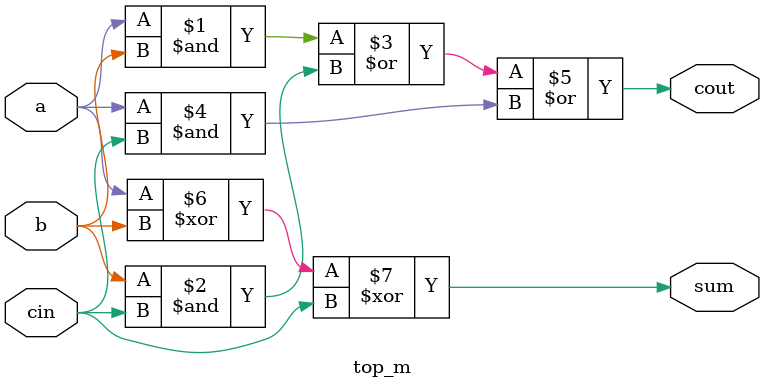
<source format=v>
module top_module (
    input [7:0] a,
    input [7:0] b,
    output [7:0] s,
    output overflow
);
    
    assign s = a+b;
    assign overflow = a[7]&&b[7]&&(~s[7]) || (~a[7])&&(~b[7])&&(s[7]); 

endmodule



module top_m( 
    input a, b, cin,
    output cout, sum );
    
	assign cout = a&b | b&cin | a&cin;
	assign sum  = a^b^cin;
endmodule

</source>
